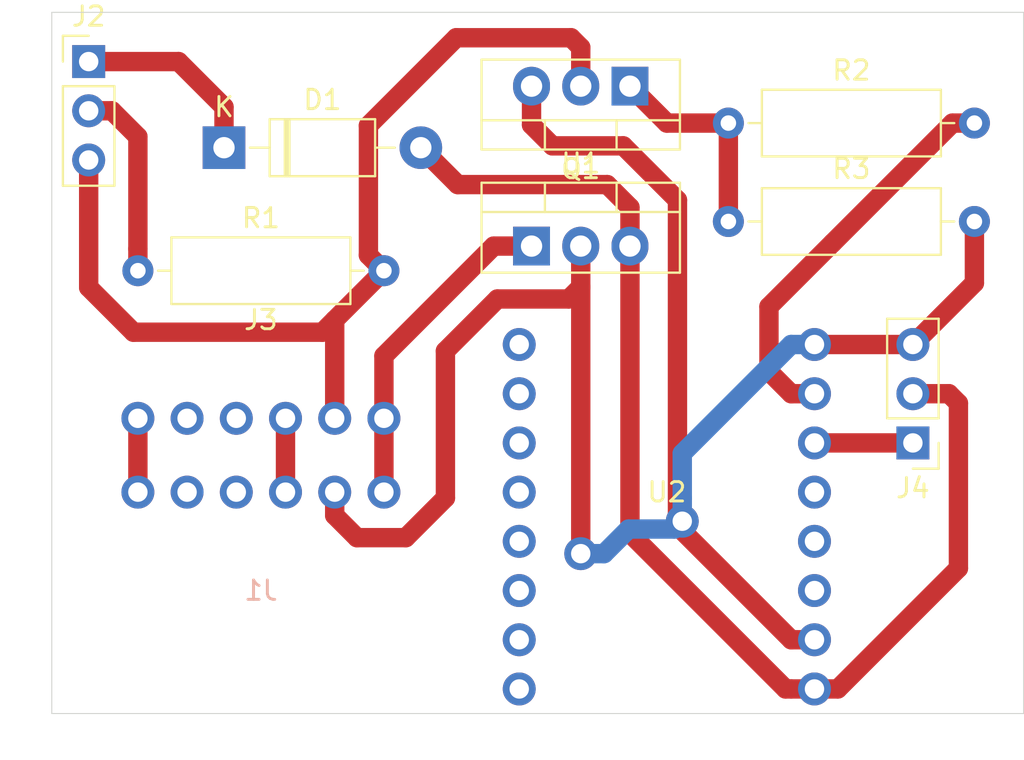
<source format=kicad_pcb>
(kicad_pcb (version 20171130) (host pcbnew 5.1.5+dfsg1-2build2)

  (general
    (thickness 1.6)
    (drawings 4)
    (tracks 79)
    (zones 0)
    (modules 11)
    (nets 27)
  )

  (page A4)
  (layers
    (0 F.Cu signal)
    (31 B.Cu signal)
    (32 B.Adhes user)
    (33 F.Adhes user)
    (34 B.Paste user)
    (35 F.Paste user)
    (36 B.SilkS user)
    (37 F.SilkS user)
    (38 B.Mask user)
    (39 F.Mask user)
    (40 Dwgs.User user)
    (41 Cmts.User user)
    (42 Eco1.User user)
    (43 Eco2.User user)
    (44 Edge.Cuts user)
    (45 Margin user)
    (46 B.CrtYd user)
    (47 F.CrtYd user)
    (48 B.Fab user)
    (49 F.Fab user)
  )

  (setup
    (last_trace_width 1)
    (user_trace_width 1)
    (trace_clearance 1)
    (zone_clearance 0.508)
    (zone_45_only no)
    (trace_min 1)
    (via_size 0.8)
    (via_drill 0.4)
    (via_min_size 0.4)
    (via_min_drill 0.3)
    (user_via 1.7 1)
    (uvia_size 0.3)
    (uvia_drill 0.1)
    (uvias_allowed no)
    (uvia_min_size 0.2)
    (uvia_min_drill 0.1)
    (edge_width 0.05)
    (segment_width 0.2)
    (pcb_text_width 0.3)
    (pcb_text_size 1.5 1.5)
    (mod_edge_width 0.12)
    (mod_text_size 1 1)
    (mod_text_width 0.15)
    (pad_size 1.524 1.524)
    (pad_drill 0.762)
    (pad_to_mask_clearance 0.051)
    (solder_mask_min_width 0.25)
    (aux_axis_origin 0 0)
    (visible_elements FFFFFF7F)
    (pcbplotparams
      (layerselection 0x01000_7fffffff)
      (usegerberextensions false)
      (usegerberattributes false)
      (usegerberadvancedattributes false)
      (creategerberjobfile false)
      (excludeedgelayer true)
      (linewidth 0.100000)
      (plotframeref false)
      (viasonmask false)
      (mode 1)
      (useauxorigin false)
      (hpglpennumber 1)
      (hpglpenspeed 20)
      (hpglpendiameter 15.000000)
      (psnegative false)
      (psa4output false)
      (plotreference true)
      (plotvalue true)
      (plotinvisibletext false)
      (padsonsilk false)
      (subtractmaskfromsilk false)
      (outputformat 1)
      (mirror false)
      (drillshape 0)
      (scaleselection 1)
      (outputdirectory ""))
  )

  (net 0 "")
  (net 1 "Net-(D1-Pad1)")
  (net 2 +5V)
  (net 3 USBC_VBUS)
  (net 4 USBC_IN_GND)
  (net 5 USBC_CC1)
  (net 6 "Net-(J1-Pad4)")
  (net 7 "Net-(J1-Pad5)")
  (net 8 USBC_CC2)
  (net 9 "Net-(J2-Pad2)")
  (net 10 BATTERY_GND)
  (net 11 "Net-(J3-Pad5)")
  (net 12 "Net-(J3-Pad4)")
  (net 13 SERVO_PWM)
  (net 14 "Net-(Q1-Pad1)")
  (net 15 POWER_ENABLE)
  (net 16 "Net-(U2-Pad3)")
  (net 17 "Net-(U2-Pad4)")
  (net 18 "Net-(U2-Pad5)")
  (net 19 "Net-(U2-Pad9)")
  (net 20 "Net-(U2-Pad10)")
  (net 21 "Net-(U2-Pad11)")
  (net 22 "Net-(U2-Pad12)")
  (net 23 "Net-(U2-Pad13)")
  (net 24 "Net-(U2-Pad14)")
  (net 25 "Net-(U2-Pad15)")
  (net 26 "Net-(U2-Pad16)")

  (net_class Default "This is the default net class."
    (clearance 1)
    (trace_width 1)
    (via_dia 0.8)
    (via_drill 0.4)
    (uvia_dia 0.3)
    (uvia_drill 0.1)
    (diff_pair_width 1)
    (diff_pair_gap 0.25)
    (add_net +5V)
    (add_net BATTERY_GND)
    (add_net "Net-(D1-Pad1)")
    (add_net "Net-(J1-Pad4)")
    (add_net "Net-(J1-Pad5)")
    (add_net "Net-(J2-Pad2)")
    (add_net "Net-(J3-Pad4)")
    (add_net "Net-(J3-Pad5)")
    (add_net "Net-(Q1-Pad1)")
    (add_net "Net-(U2-Pad10)")
    (add_net "Net-(U2-Pad11)")
    (add_net "Net-(U2-Pad12)")
    (add_net "Net-(U2-Pad13)")
    (add_net "Net-(U2-Pad14)")
    (add_net "Net-(U2-Pad15)")
    (add_net "Net-(U2-Pad16)")
    (add_net "Net-(U2-Pad3)")
    (add_net "Net-(U2-Pad4)")
    (add_net "Net-(U2-Pad5)")
    (add_net "Net-(U2-Pad9)")
    (add_net POWER_ENABLE)
    (add_net SERVO_PWM)
    (add_net USBC_CC1)
    (add_net USBC_CC2)
    (add_net USBC_IN_GND)
    (add_net USBC_VBUS)
  )

  (module Diode_THT:D_DO-41_SOD81_P10.16mm_Horizontal (layer F.Cu) (tedit 5AE50CD5) (tstamp 61FB4A70)
    (at 120.65 104.14)
    (descr "Diode, DO-41_SOD81 series, Axial, Horizontal, pin pitch=10.16mm, , length*diameter=5.2*2.7mm^2, , http://www.diodes.com/_files/packages/DO-41%20(Plastic).pdf")
    (tags "Diode DO-41_SOD81 series Axial Horizontal pin pitch 10.16mm  length 5.2mm diameter 2.7mm")
    (path /620768F3)
    (fp_text reference D1 (at 5.08 -2.47) (layer F.SilkS)
      (effects (font (size 1 1) (thickness 0.15)))
    )
    (fp_text value 1N4004 (at 5.08 2.47) (layer F.Fab)
      (effects (font (size 1 1) (thickness 0.15)))
    )
    (fp_line (start 2.48 -1.35) (end 2.48 1.35) (layer F.Fab) (width 0.1))
    (fp_line (start 2.48 1.35) (end 7.68 1.35) (layer F.Fab) (width 0.1))
    (fp_line (start 7.68 1.35) (end 7.68 -1.35) (layer F.Fab) (width 0.1))
    (fp_line (start 7.68 -1.35) (end 2.48 -1.35) (layer F.Fab) (width 0.1))
    (fp_line (start 0 0) (end 2.48 0) (layer F.Fab) (width 0.1))
    (fp_line (start 10.16 0) (end 7.68 0) (layer F.Fab) (width 0.1))
    (fp_line (start 3.26 -1.35) (end 3.26 1.35) (layer F.Fab) (width 0.1))
    (fp_line (start 3.36 -1.35) (end 3.36 1.35) (layer F.Fab) (width 0.1))
    (fp_line (start 3.16 -1.35) (end 3.16 1.35) (layer F.Fab) (width 0.1))
    (fp_line (start 2.36 -1.47) (end 2.36 1.47) (layer F.SilkS) (width 0.12))
    (fp_line (start 2.36 1.47) (end 7.8 1.47) (layer F.SilkS) (width 0.12))
    (fp_line (start 7.8 1.47) (end 7.8 -1.47) (layer F.SilkS) (width 0.12))
    (fp_line (start 7.8 -1.47) (end 2.36 -1.47) (layer F.SilkS) (width 0.12))
    (fp_line (start 1.34 0) (end 2.36 0) (layer F.SilkS) (width 0.12))
    (fp_line (start 8.82 0) (end 7.8 0) (layer F.SilkS) (width 0.12))
    (fp_line (start 3.26 -1.47) (end 3.26 1.47) (layer F.SilkS) (width 0.12))
    (fp_line (start 3.38 -1.47) (end 3.38 1.47) (layer F.SilkS) (width 0.12))
    (fp_line (start 3.14 -1.47) (end 3.14 1.47) (layer F.SilkS) (width 0.12))
    (fp_line (start -1.35 -1.6) (end -1.35 1.6) (layer F.CrtYd) (width 0.05))
    (fp_line (start -1.35 1.6) (end 11.51 1.6) (layer F.CrtYd) (width 0.05))
    (fp_line (start 11.51 1.6) (end 11.51 -1.6) (layer F.CrtYd) (width 0.05))
    (fp_line (start 11.51 -1.6) (end -1.35 -1.6) (layer F.CrtYd) (width 0.05))
    (fp_text user %R (at 5.47 0) (layer F.Fab)
      (effects (font (size 1 1) (thickness 0.15)))
    )
    (fp_text user K (at 0 -2.1) (layer F.Fab)
      (effects (font (size 1 1) (thickness 0.15)))
    )
    (fp_text user K (at 0 -2.1) (layer F.SilkS)
      (effects (font (size 1 1) (thickness 0.15)))
    )
    (pad 1 thru_hole rect (at 0 0) (size 2.2 2.2) (drill 1.1) (layers *.Cu *.Mask)
      (net 1 "Net-(D1-Pad1)"))
    (pad 2 thru_hole oval (at 10.16 0) (size 2.2 2.2) (drill 1.1) (layers *.Cu *.Mask)
      (net 2 +5V))
    (model ${KISYS3DMOD}/Diode_THT.3dshapes/D_DO-41_SOD81_P10.16mm_Horizontal.wrl
      (at (xyz 0 0 0))
      (scale (xyz 1 1 1))
      (rotate (xyz 0 0 0))
    )
  )

  (module Connector_PinHeader_2.54mm:PinHeader_1x03_P2.54mm_Vertical (layer F.Cu) (tedit 59FED5CC) (tstamp 61FB4AA1)
    (at 113.665 99.695)
    (descr "Through hole straight pin header, 1x03, 2.54mm pitch, single row")
    (tags "Through hole pin header THT 1x03 2.54mm single row")
    (path /62077E72)
    (fp_text reference J2 (at 0 -2.33) (layer F.SilkS)
      (effects (font (size 1 1) (thickness 0.15)))
    )
    (fp_text value NS_BATTERY (at 0 7.41) (layer F.Fab)
      (effects (font (size 1 1) (thickness 0.15)))
    )
    (fp_line (start -0.635 -1.27) (end 1.27 -1.27) (layer F.Fab) (width 0.1))
    (fp_line (start 1.27 -1.27) (end 1.27 6.35) (layer F.Fab) (width 0.1))
    (fp_line (start 1.27 6.35) (end -1.27 6.35) (layer F.Fab) (width 0.1))
    (fp_line (start -1.27 6.35) (end -1.27 -0.635) (layer F.Fab) (width 0.1))
    (fp_line (start -1.27 -0.635) (end -0.635 -1.27) (layer F.Fab) (width 0.1))
    (fp_line (start -1.33 6.41) (end 1.33 6.41) (layer F.SilkS) (width 0.12))
    (fp_line (start -1.33 1.27) (end -1.33 6.41) (layer F.SilkS) (width 0.12))
    (fp_line (start 1.33 1.27) (end 1.33 6.41) (layer F.SilkS) (width 0.12))
    (fp_line (start -1.33 1.27) (end 1.33 1.27) (layer F.SilkS) (width 0.12))
    (fp_line (start -1.33 0) (end -1.33 -1.33) (layer F.SilkS) (width 0.12))
    (fp_line (start -1.33 -1.33) (end 0 -1.33) (layer F.SilkS) (width 0.12))
    (fp_line (start -1.8 -1.8) (end -1.8 6.85) (layer F.CrtYd) (width 0.05))
    (fp_line (start -1.8 6.85) (end 1.8 6.85) (layer F.CrtYd) (width 0.05))
    (fp_line (start 1.8 6.85) (end 1.8 -1.8) (layer F.CrtYd) (width 0.05))
    (fp_line (start 1.8 -1.8) (end -1.8 -1.8) (layer F.CrtYd) (width 0.05))
    (fp_text user %R (at 0 2.54 90) (layer F.Fab)
      (effects (font (size 1 1) (thickness 0.15)))
    )
    (pad 1 thru_hole rect (at 0 0) (size 1.7 1.7) (drill 1) (layers *.Cu *.Mask)
      (net 1 "Net-(D1-Pad1)"))
    (pad 2 thru_hole oval (at 0 2.54) (size 1.7 1.7) (drill 1) (layers *.Cu *.Mask)
      (net 9 "Net-(J2-Pad2)"))
    (pad 3 thru_hole oval (at 0 5.08) (size 1.7 1.7) (drill 1) (layers *.Cu *.Mask)
      (net 10 BATTERY_GND))
    (model ${KISYS3DMOD}/Connector_PinHeader_2.54mm.3dshapes/PinHeader_1x03_P2.54mm_Vertical.wrl
      (at (xyz 0 0 0))
      (scale (xyz 1 1 1))
      (rotate (xyz 0 0 0))
    )
  )

  (module Connector_PinHeader_2.54mm:PinHeader_1x03_P2.54mm_Vertical (layer F.Cu) (tedit 59FED5CC) (tstamp 61FB4AD2)
    (at 156.21 119.38 180)
    (descr "Through hole straight pin header, 1x03, 2.54mm pitch, single row")
    (tags "Through hole pin header THT 1x03 2.54mm single row")
    (path /620B7C7D)
    (fp_text reference J4 (at 0 -2.33) (layer F.SilkS)
      (effects (font (size 1 1) (thickness 0.15)))
    )
    (fp_text value SERVO (at 0 7.41) (layer F.Fab)
      (effects (font (size 1 1) (thickness 0.15)))
    )
    (fp_text user %R (at 0 2.54 90) (layer F.Fab)
      (effects (font (size 1 1) (thickness 0.15)))
    )
    (fp_line (start 1.8 -1.8) (end -1.8 -1.8) (layer F.CrtYd) (width 0.05))
    (fp_line (start 1.8 6.85) (end 1.8 -1.8) (layer F.CrtYd) (width 0.05))
    (fp_line (start -1.8 6.85) (end 1.8 6.85) (layer F.CrtYd) (width 0.05))
    (fp_line (start -1.8 -1.8) (end -1.8 6.85) (layer F.CrtYd) (width 0.05))
    (fp_line (start -1.33 -1.33) (end 0 -1.33) (layer F.SilkS) (width 0.12))
    (fp_line (start -1.33 0) (end -1.33 -1.33) (layer F.SilkS) (width 0.12))
    (fp_line (start -1.33 1.27) (end 1.33 1.27) (layer F.SilkS) (width 0.12))
    (fp_line (start 1.33 1.27) (end 1.33 6.41) (layer F.SilkS) (width 0.12))
    (fp_line (start -1.33 1.27) (end -1.33 6.41) (layer F.SilkS) (width 0.12))
    (fp_line (start -1.33 6.41) (end 1.33 6.41) (layer F.SilkS) (width 0.12))
    (fp_line (start -1.27 -0.635) (end -0.635 -1.27) (layer F.Fab) (width 0.1))
    (fp_line (start -1.27 6.35) (end -1.27 -0.635) (layer F.Fab) (width 0.1))
    (fp_line (start 1.27 6.35) (end -1.27 6.35) (layer F.Fab) (width 0.1))
    (fp_line (start 1.27 -1.27) (end 1.27 6.35) (layer F.Fab) (width 0.1))
    (fp_line (start -0.635 -1.27) (end 1.27 -1.27) (layer F.Fab) (width 0.1))
    (pad 3 thru_hole oval (at 0 5.08 180) (size 1.7 1.7) (drill 1) (layers *.Cu *.Mask)
      (net 4 USBC_IN_GND))
    (pad 2 thru_hole oval (at 0 2.54 180) (size 1.7 1.7) (drill 1) (layers *.Cu *.Mask)
      (net 2 +5V))
    (pad 1 thru_hole rect (at 0 0 180) (size 1.7 1.7) (drill 1) (layers *.Cu *.Mask)
      (net 13 SERVO_PWM))
    (model ${KISYS3DMOD}/Connector_PinHeader_2.54mm.3dshapes/PinHeader_1x03_P2.54mm_Vertical.wrl
      (at (xyz 0 0 0))
      (scale (xyz 1 1 1))
      (rotate (xyz 0 0 0))
    )
  )

  (module Package_TO_SOT_THT:TO-220-3_Vertical (layer F.Cu) (tedit 5AC8BA0D) (tstamp 61FB4AEC)
    (at 141.605 100.965 180)
    (descr "TO-220-3, Vertical, RM 2.54mm, see https://www.vishay.com/docs/66542/to-220-1.pdf")
    (tags "TO-220-3 Vertical RM 2.54mm")
    (path /6207ED97)
    (fp_text reference Q1 (at 2.54 -4.27) (layer F.SilkS)
      (effects (font (size 1 1) (thickness 0.15)))
    )
    (fp_text value FQP30N06L (at 2.54 2.5) (layer F.Fab)
      (effects (font (size 1 1) (thickness 0.15)))
    )
    (fp_line (start -2.46 -3.15) (end -2.46 1.25) (layer F.Fab) (width 0.1))
    (fp_line (start -2.46 1.25) (end 7.54 1.25) (layer F.Fab) (width 0.1))
    (fp_line (start 7.54 1.25) (end 7.54 -3.15) (layer F.Fab) (width 0.1))
    (fp_line (start 7.54 -3.15) (end -2.46 -3.15) (layer F.Fab) (width 0.1))
    (fp_line (start -2.46 -1.88) (end 7.54 -1.88) (layer F.Fab) (width 0.1))
    (fp_line (start 0.69 -3.15) (end 0.69 -1.88) (layer F.Fab) (width 0.1))
    (fp_line (start 4.39 -3.15) (end 4.39 -1.88) (layer F.Fab) (width 0.1))
    (fp_line (start -2.58 -3.27) (end 7.66 -3.27) (layer F.SilkS) (width 0.12))
    (fp_line (start -2.58 1.371) (end 7.66 1.371) (layer F.SilkS) (width 0.12))
    (fp_line (start -2.58 -3.27) (end -2.58 1.371) (layer F.SilkS) (width 0.12))
    (fp_line (start 7.66 -3.27) (end 7.66 1.371) (layer F.SilkS) (width 0.12))
    (fp_line (start -2.58 -1.76) (end 7.66 -1.76) (layer F.SilkS) (width 0.12))
    (fp_line (start 0.69 -3.27) (end 0.69 -1.76) (layer F.SilkS) (width 0.12))
    (fp_line (start 4.391 -3.27) (end 4.391 -1.76) (layer F.SilkS) (width 0.12))
    (fp_line (start -2.71 -3.4) (end -2.71 1.51) (layer F.CrtYd) (width 0.05))
    (fp_line (start -2.71 1.51) (end 7.79 1.51) (layer F.CrtYd) (width 0.05))
    (fp_line (start 7.79 1.51) (end 7.79 -3.4) (layer F.CrtYd) (width 0.05))
    (fp_line (start 7.79 -3.4) (end -2.71 -3.4) (layer F.CrtYd) (width 0.05))
    (fp_text user %R (at 2.54 -4.27) (layer F.Fab)
      (effects (font (size 1 1) (thickness 0.15)))
    )
    (pad 1 thru_hole rect (at 0 0 180) (size 1.905 2) (drill 1.1) (layers *.Cu *.Mask)
      (net 14 "Net-(Q1-Pad1)"))
    (pad 2 thru_hole oval (at 2.54 0 180) (size 1.905 2) (drill 1.1) (layers *.Cu *.Mask)
      (net 10 BATTERY_GND))
    (pad 3 thru_hole oval (at 5.08 0 180) (size 1.905 2) (drill 1.1) (layers *.Cu *.Mask)
      (net 4 USBC_IN_GND))
    (model ${KISYS3DMOD}/Package_TO_SOT_THT.3dshapes/TO-220-3_Vertical.wrl
      (at (xyz 0 0 0))
      (scale (xyz 1 1 1))
      (rotate (xyz 0 0 0))
    )
  )

  (module Components:TINY2040_TH (layer F.Cu) (tedit 61E239A8) (tstamp 61FB4B51)
    (at 143.51 132.08 180)
    (path /620CA23F)
    (fp_text reference U2 (at 0 10.16) (layer F.SilkS)
      (effects (font (size 1 1) (thickness 0.15)))
    )
    (fp_text value TINY2040 (at 0 7.62) (layer F.Fab)
      (effects (font (size 1 1) (thickness 0.15)))
    )
    (fp_line (start -9 19.39) (end 9 19.39) (layer Dwgs.User) (width 0.12))
    (fp_line (start 9 19.39) (end 9 -1.61) (layer Dwgs.User) (width 0.12))
    (fp_line (start 9 -1.61) (end -9 -1.61) (layer Dwgs.User) (width 0.12))
    (fp_line (start -9 -1.61) (end -9 19.39) (layer Dwgs.User) (width 0.12))
    (fp_line (start -4.5 -1.61) (end -4.5 -3.61) (layer Dwgs.User) (width 0.12))
    (fp_line (start 4.5 -3.61) (end 4.5 -1.61) (layer Dwgs.User) (width 0.12))
    (fp_line (start 4.5 -3.61) (end -4.5 -3.61) (layer Dwgs.User) (width 0.12))
    (pad 1 thru_hole circle (at -7.62 0 180) (size 1.7 1.7) (drill 1) (layers *.Cu *.Mask)
      (net 2 +5V))
    (pad 2 thru_hole circle (at -7.62 2.54 180) (size 1.7 1.7) (drill 1) (layers *.Cu *.Mask)
      (net 4 USBC_IN_GND))
    (pad 3 thru_hole circle (at -7.62 5.08 180) (size 1.7 1.7) (drill 1) (layers *.Cu *.Mask)
      (net 16 "Net-(U2-Pad3)"))
    (pad 4 thru_hole circle (at -7.62 7.62 180) (size 1.7 1.7) (drill 1) (layers *.Cu *.Mask)
      (net 17 "Net-(U2-Pad4)"))
    (pad 5 thru_hole circle (at -7.62 10.16 180) (size 1.7 1.7) (drill 1) (layers *.Cu *.Mask)
      (net 18 "Net-(U2-Pad5)"))
    (pad 6 thru_hole circle (at -7.62 12.7 180) (size 1.7 1.7) (drill 1) (layers *.Cu *.Mask)
      (net 13 SERVO_PWM))
    (pad 7 thru_hole circle (at -7.62 15.24 180) (size 1.7 1.7) (drill 1) (layers *.Cu *.Mask)
      (net 15 POWER_ENABLE))
    (pad 8 thru_hole circle (at -7.62 17.78 180) (size 1.7 1.7) (drill 1) (layers *.Cu *.Mask)
      (net 4 USBC_IN_GND))
    (pad 9 thru_hole circle (at 7.62 17.78 180) (size 1.7 1.7) (drill 1) (layers *.Cu *.Mask)
      (net 19 "Net-(U2-Pad9)"))
    (pad 10 thru_hole circle (at 7.62 15.24 180) (size 1.7 1.7) (drill 1) (layers *.Cu *.Mask)
      (net 20 "Net-(U2-Pad10)"))
    (pad 11 thru_hole circle (at 7.62 12.7 180) (size 1.7 1.7) (drill 1) (layers *.Cu *.Mask)
      (net 21 "Net-(U2-Pad11)"))
    (pad 12 thru_hole circle (at 7.62 10.16 180) (size 1.7 1.7) (drill 1) (layers *.Cu *.Mask)
      (net 22 "Net-(U2-Pad12)"))
    (pad 13 thru_hole circle (at 7.62 7.62 180) (size 1.7 1.7) (drill 1) (layers *.Cu *.Mask)
      (net 23 "Net-(U2-Pad13)"))
    (pad 14 thru_hole circle (at 7.62 5.08 180) (size 1.7 1.7) (drill 1) (layers *.Cu *.Mask)
      (net 24 "Net-(U2-Pad14)"))
    (pad 15 thru_hole circle (at 7.62 2.54 180) (size 1.7 1.7) (drill 1) (layers *.Cu *.Mask)
      (net 25 "Net-(U2-Pad15)"))
    (pad 16 thru_hole circle (at 7.62 0 180) (size 1.7 1.7) (drill 1) (layers *.Cu *.Mask)
      (net 26 "Net-(U2-Pad16)"))
  )

  (module Resistor_THT:R_Axial_DIN0309_L9.0mm_D3.2mm_P12.70mm_Horizontal (layer F.Cu) (tedit 5AE5139B) (tstamp 61FB4FC7)
    (at 116.205 110.49)
    (descr "Resistor, Axial_DIN0309 series, Axial, Horizontal, pin pitch=12.7mm, 0.5W = 1/2W, length*diameter=9*3.2mm^2, http://cdn-reichelt.de/documents/datenblatt/B400/1_4W%23YAG.pdf")
    (tags "Resistor Axial_DIN0309 series Axial Horizontal pin pitch 12.7mm 0.5W = 1/2W length 9mm diameter 3.2mm")
    (path /620787E5)
    (fp_text reference R1 (at 6.35 -2.72) (layer F.SilkS)
      (effects (font (size 1 1) (thickness 0.15)))
    )
    (fp_text value 10K (at 6.35 2.72) (layer F.Fab)
      (effects (font (size 1 1) (thickness 0.15)))
    )
    (fp_line (start 1.85 -1.6) (end 1.85 1.6) (layer F.Fab) (width 0.1))
    (fp_line (start 1.85 1.6) (end 10.85 1.6) (layer F.Fab) (width 0.1))
    (fp_line (start 10.85 1.6) (end 10.85 -1.6) (layer F.Fab) (width 0.1))
    (fp_line (start 10.85 -1.6) (end 1.85 -1.6) (layer F.Fab) (width 0.1))
    (fp_line (start 0 0) (end 1.85 0) (layer F.Fab) (width 0.1))
    (fp_line (start 12.7 0) (end 10.85 0) (layer F.Fab) (width 0.1))
    (fp_line (start 1.73 -1.72) (end 1.73 1.72) (layer F.SilkS) (width 0.12))
    (fp_line (start 1.73 1.72) (end 10.97 1.72) (layer F.SilkS) (width 0.12))
    (fp_line (start 10.97 1.72) (end 10.97 -1.72) (layer F.SilkS) (width 0.12))
    (fp_line (start 10.97 -1.72) (end 1.73 -1.72) (layer F.SilkS) (width 0.12))
    (fp_line (start 1.04 0) (end 1.73 0) (layer F.SilkS) (width 0.12))
    (fp_line (start 11.66 0) (end 10.97 0) (layer F.SilkS) (width 0.12))
    (fp_line (start -1.05 -1.85) (end -1.05 1.85) (layer F.CrtYd) (width 0.05))
    (fp_line (start -1.05 1.85) (end 13.75 1.85) (layer F.CrtYd) (width 0.05))
    (fp_line (start 13.75 1.85) (end 13.75 -1.85) (layer F.CrtYd) (width 0.05))
    (fp_line (start 13.75 -1.85) (end -1.05 -1.85) (layer F.CrtYd) (width 0.05))
    (fp_text user %R (at 6.35 0) (layer F.Fab)
      (effects (font (size 1 1) (thickness 0.15)))
    )
    (pad 1 thru_hole circle (at 0 0) (size 1.6 1.6) (drill 0.8) (layers *.Cu *.Mask)
      (net 9 "Net-(J2-Pad2)"))
    (pad 2 thru_hole oval (at 12.7 0) (size 1.6 1.6) (drill 0.8) (layers *.Cu *.Mask)
      (net 10 BATTERY_GND))
    (model ${KISYS3DMOD}/Resistor_THT.3dshapes/R_Axial_DIN0309_L9.0mm_D3.2mm_P12.70mm_Horizontal.wrl
      (at (xyz 0 0 0))
      (scale (xyz 1 1 1))
      (rotate (xyz 0 0 0))
    )
  )

  (module Resistor_THT:R_Axial_DIN0309_L9.0mm_D3.2mm_P12.70mm_Horizontal (layer F.Cu) (tedit 5AE5139B) (tstamp 61FB681D)
    (at 146.685 102.87)
    (descr "Resistor, Axial_DIN0309 series, Axial, Horizontal, pin pitch=12.7mm, 0.5W = 1/2W, length*diameter=9*3.2mm^2, http://cdn-reichelt.de/documents/datenblatt/B400/1_4W%23YAG.pdf")
    (tags "Resistor Axial_DIN0309 series Axial Horizontal pin pitch 12.7mm 0.5W = 1/2W length 9mm diameter 3.2mm")
    (path /620A2778)
    (fp_text reference R2 (at 6.35 -2.72) (layer F.SilkS)
      (effects (font (size 1 1) (thickness 0.15)))
    )
    (fp_text value 10K (at 6.35 2.72) (layer F.Fab)
      (effects (font (size 1 1) (thickness 0.15)))
    )
    (fp_text user %R (at 6.35 0) (layer F.Fab)
      (effects (font (size 1 1) (thickness 0.15)))
    )
    (fp_line (start 13.75 -1.85) (end -1.05 -1.85) (layer F.CrtYd) (width 0.05))
    (fp_line (start 13.75 1.85) (end 13.75 -1.85) (layer F.CrtYd) (width 0.05))
    (fp_line (start -1.05 1.85) (end 13.75 1.85) (layer F.CrtYd) (width 0.05))
    (fp_line (start -1.05 -1.85) (end -1.05 1.85) (layer F.CrtYd) (width 0.05))
    (fp_line (start 11.66 0) (end 10.97 0) (layer F.SilkS) (width 0.12))
    (fp_line (start 1.04 0) (end 1.73 0) (layer F.SilkS) (width 0.12))
    (fp_line (start 10.97 -1.72) (end 1.73 -1.72) (layer F.SilkS) (width 0.12))
    (fp_line (start 10.97 1.72) (end 10.97 -1.72) (layer F.SilkS) (width 0.12))
    (fp_line (start 1.73 1.72) (end 10.97 1.72) (layer F.SilkS) (width 0.12))
    (fp_line (start 1.73 -1.72) (end 1.73 1.72) (layer F.SilkS) (width 0.12))
    (fp_line (start 12.7 0) (end 10.85 0) (layer F.Fab) (width 0.1))
    (fp_line (start 0 0) (end 1.85 0) (layer F.Fab) (width 0.1))
    (fp_line (start 10.85 -1.6) (end 1.85 -1.6) (layer F.Fab) (width 0.1))
    (fp_line (start 10.85 1.6) (end 10.85 -1.6) (layer F.Fab) (width 0.1))
    (fp_line (start 1.85 1.6) (end 10.85 1.6) (layer F.Fab) (width 0.1))
    (fp_line (start 1.85 -1.6) (end 1.85 1.6) (layer F.Fab) (width 0.1))
    (pad 2 thru_hole oval (at 12.7 0) (size 1.6 1.6) (drill 0.8) (layers *.Cu *.Mask)
      (net 15 POWER_ENABLE))
    (pad 1 thru_hole circle (at 0 0) (size 1.6 1.6) (drill 0.8) (layers *.Cu *.Mask)
      (net 14 "Net-(Q1-Pad1)"))
    (model ${KISYS3DMOD}/Resistor_THT.3dshapes/R_Axial_DIN0309_L9.0mm_D3.2mm_P12.70mm_Horizontal.wrl
      (at (xyz 0 0 0))
      (scale (xyz 1 1 1))
      (rotate (xyz 0 0 0))
    )
  )

  (module Package_TO_SOT_THT:TO-220-3_Vertical (layer F.Cu) (tedit 5AC8BA0D) (tstamp 61FB517A)
    (at 136.525 109.22)
    (descr "TO-220-3, Vertical, RM 2.54mm, see https://www.vishay.com/docs/66542/to-220-1.pdf")
    (tags "TO-220-3 Vertical RM 2.54mm")
    (path /6207C53E)
    (fp_text reference U1 (at 2.54 -4.27) (layer F.SilkS)
      (effects (font (size 1 1) (thickness 0.15)))
    )
    (fp_text value L7805 (at 2.54 2.5) (layer F.Fab)
      (effects (font (size 1 1) (thickness 0.15)))
    )
    (fp_line (start -2.46 -3.15) (end -2.46 1.25) (layer F.Fab) (width 0.1))
    (fp_line (start -2.46 1.25) (end 7.54 1.25) (layer F.Fab) (width 0.1))
    (fp_line (start 7.54 1.25) (end 7.54 -3.15) (layer F.Fab) (width 0.1))
    (fp_line (start 7.54 -3.15) (end -2.46 -3.15) (layer F.Fab) (width 0.1))
    (fp_line (start -2.46 -1.88) (end 7.54 -1.88) (layer F.Fab) (width 0.1))
    (fp_line (start 0.69 -3.15) (end 0.69 -1.88) (layer F.Fab) (width 0.1))
    (fp_line (start 4.39 -3.15) (end 4.39 -1.88) (layer F.Fab) (width 0.1))
    (fp_line (start -2.58 -3.27) (end 7.66 -3.27) (layer F.SilkS) (width 0.12))
    (fp_line (start -2.58 1.371) (end 7.66 1.371) (layer F.SilkS) (width 0.12))
    (fp_line (start -2.58 -3.27) (end -2.58 1.371) (layer F.SilkS) (width 0.12))
    (fp_line (start 7.66 -3.27) (end 7.66 1.371) (layer F.SilkS) (width 0.12))
    (fp_line (start -2.58 -1.76) (end 7.66 -1.76) (layer F.SilkS) (width 0.12))
    (fp_line (start 0.69 -3.27) (end 0.69 -1.76) (layer F.SilkS) (width 0.12))
    (fp_line (start 4.391 -3.27) (end 4.391 -1.76) (layer F.SilkS) (width 0.12))
    (fp_line (start -2.71 -3.4) (end -2.71 1.51) (layer F.CrtYd) (width 0.05))
    (fp_line (start -2.71 1.51) (end 7.79 1.51) (layer F.CrtYd) (width 0.05))
    (fp_line (start 7.79 1.51) (end 7.79 -3.4) (layer F.CrtYd) (width 0.05))
    (fp_line (start 7.79 -3.4) (end -2.71 -3.4) (layer F.CrtYd) (width 0.05))
    (fp_text user %R (at 2.54 -4.27) (layer F.Fab)
      (effects (font (size 1 1) (thickness 0.15)))
    )
    (pad 1 thru_hole rect (at 0 0) (size 1.905 2) (drill 1.1) (layers *.Cu *.Mask)
      (net 3 USBC_VBUS))
    (pad 2 thru_hole oval (at 2.54 0) (size 1.905 2) (drill 1.1) (layers *.Cu *.Mask)
      (net 4 USBC_IN_GND))
    (pad 3 thru_hole oval (at 5.08 0) (size 1.905 2) (drill 1.1) (layers *.Cu *.Mask)
      (net 2 +5V))
    (model ${KISYS3DMOD}/Package_TO_SOT_THT.3dshapes/TO-220-3_Vertical.wrl
      (at (xyz 0 0 0))
      (scale (xyz 1 1 1))
      (rotate (xyz 0 0 0))
    )
  )

  (module Resistor_THT:R_Axial_DIN0309_L9.0mm_D3.2mm_P12.70mm_Horizontal (layer F.Cu) (tedit 5AE5139B) (tstamp 61FB5437)
    (at 146.685 107.95)
    (descr "Resistor, Axial_DIN0309 series, Axial, Horizontal, pin pitch=12.7mm, 0.5W = 1/2W, length*diameter=9*3.2mm^2, http://cdn-reichelt.de/documents/datenblatt/B400/1_4W%23YAG.pdf")
    (tags "Resistor Axial_DIN0309 series Axial Horizontal pin pitch 12.7mm 0.5W = 1/2W length 9mm diameter 3.2mm")
    (path /620A22E1)
    (fp_text reference R3 (at 6.35 -2.72) (layer F.SilkS)
      (effects (font (size 1 1) (thickness 0.15)))
    )
    (fp_text value 10K (at 6.35 2.72) (layer F.Fab)
      (effects (font (size 1 1) (thickness 0.15)))
    )
    (fp_line (start 1.85 -1.6) (end 1.85 1.6) (layer F.Fab) (width 0.1))
    (fp_line (start 1.85 1.6) (end 10.85 1.6) (layer F.Fab) (width 0.1))
    (fp_line (start 10.85 1.6) (end 10.85 -1.6) (layer F.Fab) (width 0.1))
    (fp_line (start 10.85 -1.6) (end 1.85 -1.6) (layer F.Fab) (width 0.1))
    (fp_line (start 0 0) (end 1.85 0) (layer F.Fab) (width 0.1))
    (fp_line (start 12.7 0) (end 10.85 0) (layer F.Fab) (width 0.1))
    (fp_line (start 1.73 -1.72) (end 1.73 1.72) (layer F.SilkS) (width 0.12))
    (fp_line (start 1.73 1.72) (end 10.97 1.72) (layer F.SilkS) (width 0.12))
    (fp_line (start 10.97 1.72) (end 10.97 -1.72) (layer F.SilkS) (width 0.12))
    (fp_line (start 10.97 -1.72) (end 1.73 -1.72) (layer F.SilkS) (width 0.12))
    (fp_line (start 1.04 0) (end 1.73 0) (layer F.SilkS) (width 0.12))
    (fp_line (start 11.66 0) (end 10.97 0) (layer F.SilkS) (width 0.12))
    (fp_line (start -1.05 -1.85) (end -1.05 1.85) (layer F.CrtYd) (width 0.05))
    (fp_line (start -1.05 1.85) (end 13.75 1.85) (layer F.CrtYd) (width 0.05))
    (fp_line (start 13.75 1.85) (end 13.75 -1.85) (layer F.CrtYd) (width 0.05))
    (fp_line (start 13.75 -1.85) (end -1.05 -1.85) (layer F.CrtYd) (width 0.05))
    (fp_text user %R (at 6.35 0) (layer F.Fab)
      (effects (font (size 1 1) (thickness 0.15)))
    )
    (pad 1 thru_hole circle (at 0 0) (size 1.6 1.6) (drill 0.8) (layers *.Cu *.Mask)
      (net 14 "Net-(Q1-Pad1)"))
    (pad 2 thru_hole oval (at 12.7 0) (size 1.6 1.6) (drill 0.8) (layers *.Cu *.Mask)
      (net 4 USBC_IN_GND))
    (model ${KISYS3DMOD}/Resistor_THT.3dshapes/R_Axial_DIN0309_L9.0mm_D3.2mm_P12.70mm_Horizontal.wrl
      (at (xyz 0 0 0))
      (scale (xyz 1 1 1))
      (rotate (xyz 0 0 0))
    )
  )

  (module Components:USB_C_BREAKOUT (layer B.Cu) (tedit 61FB4BC1) (tstamp 61FB567E)
    (at 122.555 121.92 180)
    (path /6207FDF9)
    (fp_text reference J1 (at 0 -5.08) (layer B.SilkS)
      (effects (font (size 1 1) (thickness 0.15)) (justify mirror))
    )
    (fp_text value USBC_IN (at 0 -2.54) (layer B.Fab)
      (effects (font (size 1 1) (thickness 0.15)) (justify mirror))
    )
    (fp_line (start -10.795 1.27) (end 10.795 1.27) (layer Dwgs.User) (width 0.12))
    (fp_line (start -10.795 -11.43) (end 10.795 -11.43) (layer Dwgs.User) (width 0.12))
    (fp_line (start 10.795 1.27) (end 10.795 -11.43) (layer Dwgs.User) (width 0.12))
    (fp_line (start -10.795 1.27) (end -10.795 -11.43) (layer Dwgs.User) (width 0.12))
    (pad 1 thru_hole circle (at -6.35 0 180) (size 1.7 1.7) (drill 1) (layers *.Cu *.Mask)
      (net 3 USBC_VBUS))
    (pad 2 thru_hole circle (at -3.81 0 180) (size 1.7 1.7) (drill 1) (layers *.Cu *.Mask)
      (net 4 USBC_IN_GND))
    (pad 3 thru_hole circle (at -1.27 0 180) (size 1.7 1.7) (drill 1) (layers *.Cu *.Mask)
      (net 5 USBC_CC1))
    (pad 4 thru_hole circle (at 1.27 0 180) (size 1.7 1.7) (drill 1) (layers *.Cu *.Mask)
      (net 6 "Net-(J1-Pad4)"))
    (pad 5 thru_hole circle (at 3.81 0 180) (size 1.7 1.7) (drill 1) (layers *.Cu *.Mask)
      (net 7 "Net-(J1-Pad5)"))
    (pad 6 thru_hole circle (at 6.35 0 180) (size 1.7 1.7) (drill 1) (layers *.Cu *.Mask)
      (net 8 USBC_CC2))
  )

  (module Components:USB_C_BREAKOUT (layer F.Cu) (tedit 61FB4BC1) (tstamp 61FB563C)
    (at 122.555 118.11 180)
    (path /6208AFD1)
    (fp_text reference J3 (at 0 5.08) (layer F.SilkS)
      (effects (font (size 1 1) (thickness 0.15)))
    )
    (fp_text value USBC_OUT (at 0 2.54) (layer F.Fab)
      (effects (font (size 1 1) (thickness 0.15)))
    )
    (fp_line (start -10.795 -1.27) (end -10.795 11.43) (layer Dwgs.User) (width 0.12))
    (fp_line (start 10.795 -1.27) (end 10.795 11.43) (layer Dwgs.User) (width 0.12))
    (fp_line (start -10.795 11.43) (end 10.795 11.43) (layer Dwgs.User) (width 0.12))
    (fp_line (start -10.795 -1.27) (end 10.795 -1.27) (layer Dwgs.User) (width 0.12))
    (pad 6 thru_hole circle (at 6.35 0 180) (size 1.7 1.7) (drill 1) (layers *.Cu *.Mask)
      (net 8 USBC_CC2))
    (pad 5 thru_hole circle (at 3.81 0 180) (size 1.7 1.7) (drill 1) (layers *.Cu *.Mask)
      (net 11 "Net-(J3-Pad5)"))
    (pad 4 thru_hole circle (at 1.27 0 180) (size 1.7 1.7) (drill 1) (layers *.Cu *.Mask)
      (net 12 "Net-(J3-Pad4)"))
    (pad 3 thru_hole circle (at -1.27 0 180) (size 1.7 1.7) (drill 1) (layers *.Cu *.Mask)
      (net 5 USBC_CC1))
    (pad 2 thru_hole circle (at -3.81 0 180) (size 1.7 1.7) (drill 1) (layers *.Cu *.Mask)
      (net 10 BATTERY_GND))
    (pad 1 thru_hole circle (at -6.35 0 180) (size 1.7 1.7) (drill 1) (layers *.Cu *.Mask)
      (net 3 USBC_VBUS))
  )

  (gr_line (start 161.925 133.35) (end 111.76 133.35) (layer Edge.Cuts) (width 0.05) (tstamp 61FB67D7))
  (gr_line (start 161.925 97.155) (end 111.76 97.155) (layer Edge.Cuts) (width 0.05) (tstamp 61FB67D6))
  (gr_line (start 111.76 97.155) (end 111.76 133.35) (layer Edge.Cuts) (width 0.05))
  (gr_line (start 161.925 97.155) (end 161.925 133.35) (layer Edge.Cuts) (width 0.05))

  (segment (start 120.65 102.04) (end 120.65 104.14) (width 1) (layer F.Cu) (net 1))
  (segment (start 118.305 99.695) (end 120.65 102.04) (width 1) (layer F.Cu) (net 1))
  (segment (start 113.665 99.695) (end 118.305 99.695) (width 1) (layer F.Cu) (net 1))
  (segment (start 152.332081 132.08) (end 151.13 132.08) (width 1) (layer F.Cu) (net 2))
  (segment (start 158.560001 125.85208) (end 152.332081 132.08) (width 1) (layer F.Cu) (net 2))
  (segment (start 158.560001 117.329999) (end 158.560001 125.85208) (width 1) (layer F.Cu) (net 2))
  (segment (start 158.070002 116.84) (end 158.560001 117.329999) (width 1) (layer F.Cu) (net 2))
  (segment (start 156.21 116.84) (end 158.070002 116.84) (width 1) (layer F.Cu) (net 2))
  (segment (start 149.927919 132.08) (end 151.13 132.08) (width 1) (layer F.Cu) (net 2))
  (segment (start 149.639479 132.08) (end 149.927919 132.08) (width 1) (layer F.Cu) (net 2))
  (segment (start 141.605 124.045521) (end 149.639479 132.08) (width 1) (layer F.Cu) (net 2))
  (segment (start 141.605 109.22) (end 141.605 124.045521) (width 1) (layer F.Cu) (net 2))
  (segment (start 141.605 109.22) (end 141.605 107.22) (width 1) (layer F.Cu) (net 2))
  (segment (start 141.605 107.22) (end 140.43 106.045) (width 1) (layer F.Cu) (net 2))
  (segment (start 132.715 106.045) (end 130.81 104.14) (width 1) (layer F.Cu) (net 2))
  (segment (start 140.43 106.045) (end 132.715 106.045) (width 1) (layer F.Cu) (net 2))
  (segment (start 128.905 118.11) (end 128.905 121.92) (width 1) (layer F.Cu) (net 3))
  (segment (start 134.5725 109.22) (end 136.525 109.22) (width 1) (layer F.Cu) (net 3))
  (segment (start 128.905 114.8875) (end 134.5725 109.22) (width 1) (layer F.Cu) (net 3))
  (segment (start 128.905 118.11) (end 128.905 114.8875) (width 1) (layer F.Cu) (net 3))
  (segment (start 156.21 114.3) (end 151.13 114.3) (width 1) (layer F.Cu) (net 4))
  (segment (start 134.761999 111.949999) (end 132.08 114.631998) (width 1) (layer F.Cu) (net 4))
  (segment (start 138.447503 111.949999) (end 134.761999 111.949999) (width 1) (layer F.Cu) (net 4))
  (segment (start 139.065 111.332502) (end 138.447503 111.949999) (width 1) (layer F.Cu) (net 4))
  (segment (start 139.065 109.22) (end 139.065 111.332502) (width 1) (layer F.Cu) (net 4))
  (segment (start 126.365 123.122081) (end 126.365 121.92) (width 1) (layer F.Cu) (net 4))
  (segment (start 127.51292 124.270001) (end 126.365 123.122081) (width 1) (layer F.Cu) (net 4))
  (segment (start 130.033001 124.270001) (end 127.51292 124.270001) (width 1) (layer F.Cu) (net 4))
  (segment (start 132.08 122.223002) (end 130.033001 124.270001) (width 1) (layer F.Cu) (net 4))
  (segment (start 132.08 114.631998) (end 132.08 122.223002) (width 1) (layer F.Cu) (net 4))
  (segment (start 139.065 111.332502) (end 139.065 125.095) (width 1) (layer F.Cu) (net 4))
  (segment (start 139.065 125.095) (end 139.065 125.095) (width 1) (layer F.Cu) (net 4) (tstamp 61FB65DA))
  (via (at 139.065 125.095) (size 1.7) (drill 1) (layers F.Cu B.Cu) (net 4))
  (segment (start 140.267081 125.095) (end 141.537081 123.825) (width 1) (layer B.Cu) (net 4))
  (segment (start 139.065 125.095) (end 140.267081 125.095) (width 1) (layer B.Cu) (net 4))
  (via (at 144.304991 123.42211) (size 1.7) (drill 1) (layers F.Cu B.Cu) (net 4))
  (segment (start 143.902101 123.825) (end 144.304991 123.42211) (width 1) (layer B.Cu) (net 4))
  (segment (start 141.537081 123.825) (end 143.902101 123.825) (width 1) (layer B.Cu) (net 4))
  (segment (start 144.304991 122.220029) (end 144.304991 123.42211) (width 1) (layer B.Cu) (net 4))
  (segment (start 144.304991 119.922928) (end 144.304991 122.220029) (width 1) (layer B.Cu) (net 4))
  (segment (start 149.927919 114.3) (end 144.304991 119.922928) (width 1) (layer B.Cu) (net 4))
  (segment (start 151.13 114.3) (end 149.927919 114.3) (width 1) (layer B.Cu) (net 4))
  (segment (start 136.525 102.965) (end 136.525 100.965) (width 1) (layer F.Cu) (net 4))
  (segment (start 144.05751 123.669591) (end 144.05751 106.84407) (width 1) (layer F.Cu) (net 4))
  (segment (start 137.60499 104.04499) (end 136.525 102.965) (width 1) (layer F.Cu) (net 4))
  (segment (start 141.25843 104.04499) (end 137.60499 104.04499) (width 1) (layer F.Cu) (net 4))
  (segment (start 144.05751 106.84407) (end 141.25843 104.04499) (width 1) (layer F.Cu) (net 4))
  (segment (start 149.927919 129.54) (end 144.05751 123.669591) (width 1) (layer F.Cu) (net 4))
  (segment (start 151.13 129.54) (end 149.927919 129.54) (width 1) (layer F.Cu) (net 4))
  (segment (start 159.385 111.125) (end 156.21 114.3) (width 1) (layer F.Cu) (net 4))
  (segment (start 159.385 107.95) (end 159.385 111.125) (width 1) (layer F.Cu) (net 4))
  (segment (start 123.825 118.11) (end 123.825 121.92) (width 1) (layer F.Cu) (net 5))
  (segment (start 116.205 118.11) (end 116.205 121.92) (width 1) (layer F.Cu) (net 8))
  (segment (start 116.205 103.572919) (end 116.205 109.35863) (width 1) (layer F.Cu) (net 9))
  (segment (start 116.205 109.35863) (end 116.205 110.49) (width 1) (layer F.Cu) (net 9))
  (segment (start 114.867081 102.235) (end 116.205 103.572919) (width 1) (layer F.Cu) (net 9))
  (segment (start 113.665 102.235) (end 114.867081 102.235) (width 1) (layer F.Cu) (net 9))
  (segment (start 128.105001 109.690001) (end 128.905 110.49) (width 1) (layer F.Cu) (net 10))
  (segment (start 128.105001 102.996997) (end 128.105001 109.690001) (width 1) (layer F.Cu) (net 10))
  (segment (start 126.365 113.03) (end 126.365 118.11) (width 1) (layer F.Cu) (net 10))
  (segment (start 128.905 110.49) (end 126.365 113.03) (width 1) (layer F.Cu) (net 10))
  (segment (start 125.73 113.665) (end 126.365 113.03) (width 1) (layer F.Cu) (net 10))
  (segment (start 132.637008 98.46499) (end 128.105001 102.996997) (width 1) (layer F.Cu) (net 10))
  (segment (start 138.56499 98.46499) (end 132.637008 98.46499) (width 1) (layer F.Cu) (net 10))
  (segment (start 139.065 98.965) (end 138.56499 98.46499) (width 1) (layer F.Cu) (net 10))
  (segment (start 139.065 100.965) (end 139.065 98.965) (width 1) (layer F.Cu) (net 10))
  (segment (start 115.975998 113.665) (end 125.73 113.665) (width 1) (layer F.Cu) (net 10))
  (segment (start 113.665 111.354002) (end 115.975998 113.665) (width 1) (layer F.Cu) (net 10))
  (segment (start 113.665 104.775) (end 113.665 111.354002) (width 1) (layer F.Cu) (net 10))
  (segment (start 156.21 119.38) (end 151.13 119.38) (width 1) (layer F.Cu) (net 13))
  (segment (start 146.685 102.87) (end 146.685 107.95) (width 1) (layer F.Cu) (net 14))
  (segment (start 143.51 102.87) (end 141.605 100.965) (width 1) (layer F.Cu) (net 14))
  (segment (start 146.685 102.87) (end 143.51 102.87) (width 1) (layer F.Cu) (net 14))
  (segment (start 149.927919 116.84) (end 151.13 116.84) (width 1) (layer F.Cu) (net 15))
  (segment (start 148.779999 115.69208) (end 149.927919 116.84) (width 1) (layer F.Cu) (net 15))
  (segment (start 148.779999 112.343631) (end 148.779999 115.69208) (width 1) (layer F.Cu) (net 15))
  (segment (start 152.071371 109.052259) (end 148.779999 112.343631) (width 1) (layer F.Cu) (net 15))
  (segment (start 159.385 102.87) (end 158.25363 102.87) (width 1) (layer F.Cu) (net 15))
  (segment (start 158.25363 102.87) (end 152.071371 109.052259) (width 1) (layer F.Cu) (net 15))

)

</source>
